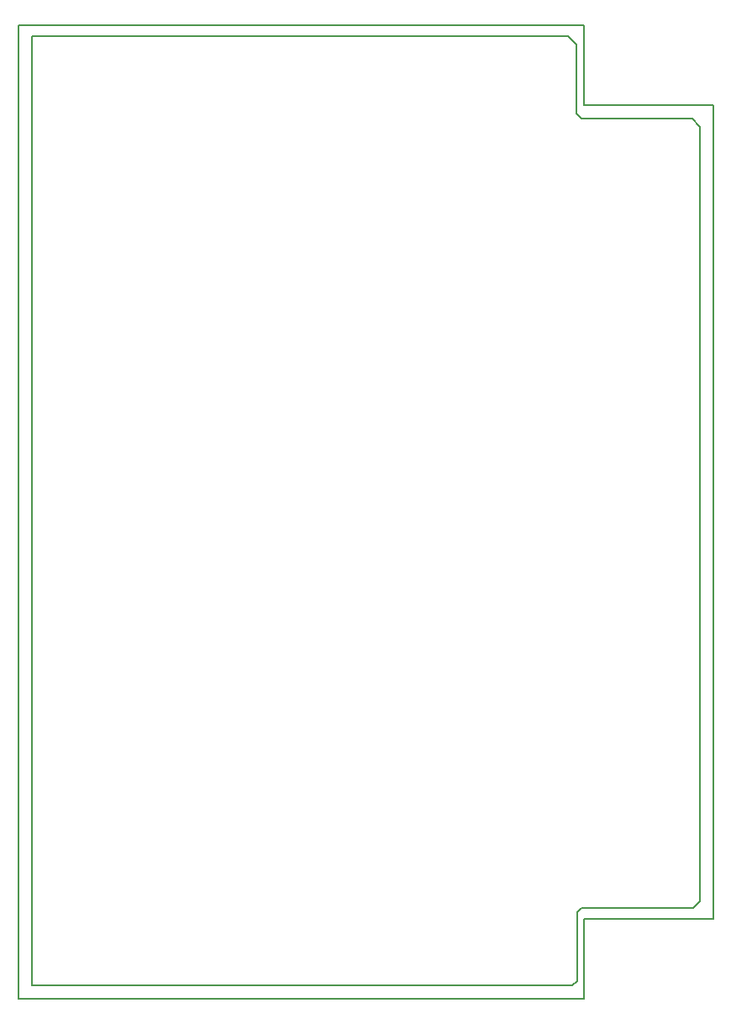
<source format=gko>
%FSAX24Y24*%
%MOIN*%
G70*
G01*
G75*
G04 Layer_Color=16711935*
%ADD10R,0.0787X0.0512*%
%ADD11R,0.0787X0.0787*%
%ADD12R,0.0433X0.0394*%
%ADD13R,0.0630X0.0118*%
%ADD14O,0.0217X0.0630*%
%ADD15O,0.0630X0.0217*%
%ADD16R,0.1358X0.0689*%
%ADD17R,0.0433X0.0689*%
%ADD18R,0.0433X0.0689*%
%ADD19R,0.0394X0.0433*%
%ADD20R,0.0630X0.0315*%
%ADD21R,0.1181X0.0827*%
%ADD22R,0.0709X0.0630*%
%ADD23C,0.0236*%
%ADD24C,0.0217*%
%ADD25C,0.0118*%
%ADD26C,0.0080*%
%ADD27C,0.0591*%
%ADD28R,0.0591X0.0591*%
%ADD29C,0.0665*%
%ADD30R,0.0665X0.0665*%
%ADD31C,0.1874*%
%ADD32C,0.1969*%
%ADD33C,0.0630*%
%ADD34C,0.2520*%
%ADD35C,0.1024*%
%ADD36C,0.0472*%
%ADD37C,0.0197*%
%ADD38C,0.0098*%
%ADD39C,0.0079*%
%ADD40C,0.0050*%
%ADD41C,0.0100*%
%ADD42C,0.0140*%
%ADD43C,0.0080*%
%ADD44C,0.0059*%
%ADD45R,0.0867X0.0592*%
%ADD46R,0.0867X0.0867*%
%ADD47R,0.0513X0.0474*%
%ADD48R,0.0710X0.0198*%
%ADD49O,0.0297X0.0710*%
%ADD50O,0.0710X0.0297*%
%ADD51R,0.1438X0.0769*%
%ADD52R,0.0513X0.0769*%
%ADD53R,0.0513X0.0769*%
%ADD54R,0.0474X0.0513*%
%ADD55R,0.0710X0.0395*%
%ADD56R,0.1261X0.0907*%
%ADD57R,0.0789X0.0710*%
%ADD58C,0.0671*%
%ADD59R,0.0671X0.0671*%
%ADD60C,0.0745*%
%ADD61R,0.0745X0.0745*%
%ADD62C,0.1954*%
%ADD63C,0.2049*%
%ADD64C,0.0710*%
%ADD65C,0.2600*%
%ADD66C,0.1104*%
%ADD67C,0.0552*%
D26*
X072638Y095433D02*
Y098583D01*
Y095433D02*
X077756D01*
X072638Y063150D02*
X077756D01*
X072638Y060000D02*
Y063150D01*
X050197Y060000D02*
Y098583D01*
X077756Y063150D02*
Y095433D01*
X050197Y098583D02*
X072638D01*
X050197Y060000D02*
X072638D01*
D39*
X076929Y094882D02*
X077244Y094567D01*
X072520Y094882D02*
X076929D01*
X072008Y098150D02*
X072323Y097835D01*
Y095079D02*
Y097835D01*
X050748Y098150D02*
X072008D01*
X072323Y095079D02*
X072520Y094882D01*
X077244Y063858D02*
Y094567D01*
X076968Y063583D02*
X077244Y063858D01*
X072520Y063583D02*
X076968D01*
X072165Y060512D02*
X072362Y060709D01*
Y063425D01*
X072520Y063583D01*
X050748Y060512D02*
X072165D01*
X050748D02*
Y098150D01*
M02*

</source>
